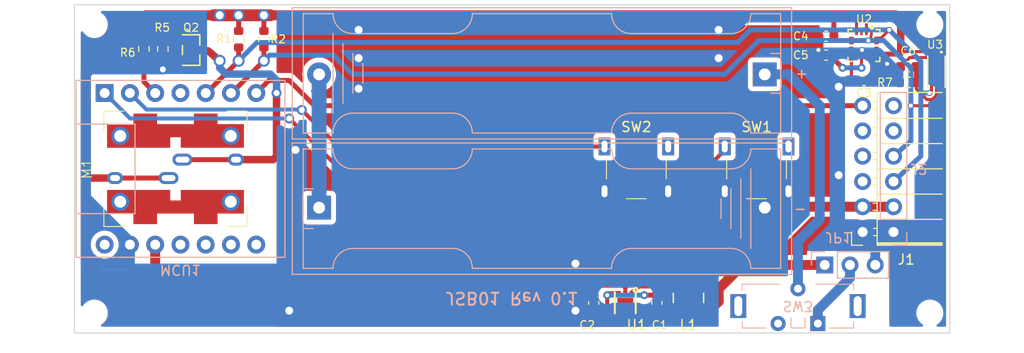
<source format=kicad_pcb>
(kicad_pcb (version 20221018) (generator pcbnew)
  (title_block (title "JSB01") (date "2023-09-04") (rev "0.1.1"))
  (layers (0 "F.Cu" signal) (31 "B.Cu" signal) (34 "B.Paste" user) (35 "F.Paste" user) (36 "B.SilkS" user "B.Silkscreen") (37 "F.SilkS" user "F.Silkscreen") (38 "B.Mask" user) (39 "F.Mask" user) (44 "Edge.Cuts" user))
  (net 0 "")
  (net 1 "+3.3V")
  (net 2 "Net-(J2-SDA)")
  (net 3 "Net-(J2-SCL)")
  (net 4 "Net-(Q2-G)")
  (net 5 "GND")
  (net 6 "Net-(MCU1-D2)")
  (net 7 "Net-(U3-DVI)")
  (net 8 "Net-(U1-SW)")
  (net 9 "Net-(JP1-C)")
  (net 11 "Net-(MCU1-D0)")
  (net 12 "Net-(MCU1-D1)")
  (net 13 "Net-(JP1-A)")
  (net 14 "Net-(BT1-+)")
  (net 17 "Net-(J1-PW)")
  (net 27 "Net-(U2-SETP)")
  (net 28 "Net-(U2-C1)")
  (net 29 "Net-(U2-SETC)")
  (net 35 "Net-(M1--)")
  (footprint "JSB01_Lib:PinSocket_1x06_P2.54mm_Horizontal" (layer "F.Cu") (at 104.64 50.8 180)
    (fp_text reference "J1" (at -4.38 -9.12) (layer "F.SilkS"))
    (fp_text value "MB10XX Sonar")
    (pad "1" thru_hole rect (at 0 -6.35 180) (size 1.7 1.7) (drill 1) (layers "*.Cu" "*.Mask") (net 5 "GND"))
    (pad "2" thru_hole oval (at 0 -3.81 180) (size 1.7 1.7) (drill 1) (layers "*.Cu" "*.Mask") (net 1 "+3.3V"))
    (pad "3" thru_hole oval (at 0 -1.27 180) (size 1.7 1.7) (drill 1) (layers "*.Cu" "*.Mask"))
    (pad "4" thru_hole oval (at 0 1.27 180) (size 1.7 1.7) (drill 1) (layers "*.Cu" "*.Mask"))
    (pad "5" thru_hole oval (at 0 3.81 180) (size 1.7 1.7) (drill 1) (layers "*.Cu" "*.Mask"))
    (pad "6" thru_hole oval (at 0 6.35 180) (size 1.7 1.7) (drill 1) (layers "*.Cu" "*.Mask") (net 17 "Net-(J1-PW)"))
  )
  (footprint "JSB01_Lib:IND-SMD_L3.0-W3.0_VLS3010ET" (layer "F.Cu") (at 87.13 63.775 -90)
    (fp_text reference "L1" (at 2.725 -0.969854) (layer "F.SilkS") (effects (justify right)))
    (fp_text value "3.3μH")
    (pad "1" smd rect (at 1.2 0 270) (size 1.2 3.2) (layers "F.Cu" "F.Paste" "F.Mask") (net 13 "Net-(JP1-A)"))
    (pad "2" smd rect (at -1.2 0 270) (size 1.2 3.2) (layers "F.Cu" "F.Paste" "F.Mask") (net 8 "Net-(U1-SW)"))
  )
  (footprint "Capacitor_SMD:C_0603_1608Metric" (layer "F.Cu") (at 104.775 41.91 180)
    (fp_text reference "C3" (at 0 -1.27) (layer "F.SilkS") (effects (font (size 0.8 0.8) (thickness 0.12))))
    (fp_text value "0.22uF")
    (pad "1" smd roundrect (at -0.775 0 180) (size 0.9 0.95) (layers "F.Cu" "F.Paste" "F.Mask") (net 29 "Net-(U2-SETC)"))
    (pad "2" smd roundrect (at 0.775 0 180) (size 0.9 0.95) (layers "F.Cu" "F.Paste" "F.Mask") (net 27 "Net-(U2-SETP)"))
  )
  (footprint "Resistor_SMD:R_0603_1608Metric" (layer "F.Cu") (at 44.45 37.765 -90)
    (fp_text reference "R2" (at 0 -1.43) (layer "F.SilkS") (effects (font (size 0.8 0.8) (thickness 0.12))))
    (fp_text value "10KΩ")
    (pad "1" smd roundrect (at -0.825 0 270) (size 0.8 0.95) (layers "F.Cu" "F.Paste" "F.Mask") (net 1 "+3.3V"))
    (pad "2" smd roundrect (at 0.825 0 270) (size 0.8 0.95) (layers "F.Cu" "F.Paste" "F.Mask") (net 3 "Net-(J2-SCL)"))
  )
  (footprint "Capacitor_SMD:C_0603_1608Metric" (layer "F.Cu") (at 100.972 37.465 180)
    (fp_text reference "C4" (at 2.547 0) (layer "F.SilkS") (effects (font (size 0.8 0.8) (thickness 0.12))))
    (fp_text value "0.1uF")
    (pad "1" smd roundrect (at -0.775 0 180) (size 0.9 0.95) (layers "F.Cu" "F.Paste" "F.Mask") (net 1 "+3.3V"))
    (pad "2" smd roundrect (at 0.775 0 180) (size 0.9 0.95) (layers "F.Cu" "F.Paste" "F.Mask") (net 5 "GND"))
  )
  (footprint "JSB01_Lib:SW_tactile_DTS6" (layer "F.Cu") (at 93.98 50.8)
    (fp_text reference "SW1" (at 0 -4.21164 unlocked) (layer "F.SilkS"))
    (fp_text value "Tactile")
    (pad "1" thru_hole rect (at -3.2 -2.25) (size 1.2 1.8) (drill oval 0.6 1.2) (layers "*.Cu" "*.Mask") (net 11 "Net-(MCU1-D0)"))
    (pad "1" thru_hole rect (at 3.2 -2.25) (size 1.2 1.8) (drill oval 0.6 1.2) (layers "*.Cu" "*.Mask") (net 11 "Net-(MCU1-D0)"))
    (pad "2" thru_hole rect (at -3.2 2.25) (size 1.2 1.8) (drill oval 0.6 1.2) (layers "*.Cu" "*.Mask") (net 5 "GND"))
    (pad "2" thru_hole rect (at 3.2 2.25) (size 1.2 1.8) (drill oval 0.6 1.2) (layers "*.Cu" "*.Mask") (net 5 "GND"))
  )
  (footprint "JSB01_Lib:Pad1.2_0.8" (layer "F.Cu") (at 41.91 39.9345)
    (fp_text reference "Pad" hide)
    (fp_text value "Pad1.2_0.8" hide)
    (pad "" thru_hole circle (at 0 0) (size 1.2 1.2) (drill 0.8) (layers "*.Cu" "*.Mask"))
  )
  (footprint "JSB01_Lib:Pad1.2_0.8" (layer "F.Cu") (at 44.45 35.36)
    (fp_text reference "Pad" hide)
    (fp_text value "Pad1.2_0.8" hide)
    (pad "" thru_hole circle (at 0 0) (size 1.2 1.2) (drill 0.8) (layers "*.Cu" "*.Mask"))
  )
  (footprint "JSB01_Lib:AO3400A" (layer "F.Cu") (at 37.1325 38.86 180)
    (fp_text reference "Q2" (at 0 2.26) (layer "F.SilkS") (effects (font (size 0.8 0.8) (thickness 0.12))))
    (fp_text value "AO3400A" hide)
    (pad "1" smd rect (at 1.235 0.95 180) (size 1.07 0.6) (layers "F.Cu" "F.Paste" "F.Mask") (net 4 "Net-(Q2-G)"))
    (pad "2" smd rect (at 1.235 -0.95 180) (size 1.07 0.6) (layers "F.Cu" "F.Paste" "F.Mask") (net 5 "GND"))
    (pad "3" smd rect (at -1.235 0 180) (size 1.07 0.6) (layers "F.Cu" "F.Paste" "F.Mask") (net 35 "Net-(M1--)"))
  )
  (footprint "JSB01_Lib:LGA-16_L3.0-W3.0-P0.50-BL_SQ" (layer "F.Cu") (at 104.775 38.4 180)
    (fp_text reference "U2" (at 0 2.64) (layer "F.SilkS") (effects (font (size 0.8 0.8) (thickness 0.12))))
    (fp_text value "QMC5883L(0x0D)")
    (pad "1" smd rect (at -0.75 1.263) (size 0.25 0.45) (layers "F.Cu" "F.Paste" "F.Mask") (net 3 "Net-(J2-SCL)"))
    (pad "2" smd rect (at -0.25 1.263) (size 0.25 0.45) (layers "F.Cu" "F.Paste" "F.Mask") (net 1 "+3.3V"))
    (pad "3" smd rect (at 0.25 1.263) (size 0.25 0.45) (layers "F.Cu" "F.Paste" "F.Mask"))
    (pad "4" smd rect (at 0.75 1.263) (size 0.25 0.45) (layers "F.Cu" "F.Paste" "F.Mask") (net 1 "+3.3V"))
    (pad "5" smd rect (at 1.263 0.75 270) (size 0.25 0.45) (layers "F.Cu" "F.Paste" "F.Mask"))
    (pad "6" smd rect (at 1.263 0.25 270) (size 0.25 0.45) (layers "F.Cu" "F.Paste" "F.Mask"))
    (pad "7" smd rect (at 1.263 -0.25 270) (size 0.25 0.45) (layers "F.Cu" "F.Paste" "F.Mask"))
    (pad "8" smd rect (at 1.263 -0.75 270) (size 0.25 0.45) (layers "F.Cu" "F.Paste" "F.Mask") (net 27 "Net-(U2-SETP)"))
    (pad "9" smd rect (at 0.75 -1.263) (size 0.25 0.45) (layers "F.Cu" "F.Paste" "F.Mask") (net 5 "GND"))
    (pad "10" smd rect (at 0.25 -1.263) (size 0.25 0.45) (layers "F.Cu" "F.Paste" "F.Mask") (net 28 "Net-(U2-C1)"))
    (pad "11" smd rect (at -0.25 -1.263) (size 0.25 0.45) (layers "F.Cu" "F.Paste" "F.Mask") (net 5 "GND"))
    (pad "12" smd rect (at -0.75 -1.263) (size 0.25 0.45) (layers "F.Cu" "F.Paste" "F.Mask") (net 29 "Net-(U2-SETC)"))
    (pad "13" smd rect (at -1.263 -0.75 270) (size 0.25 0.45) (layers "F.Cu" "F.Paste" "F.Mask") (net 1 "+3.3V"))
    (pad "14" smd rect (at -1.263 -0.25 270) (size 0.25 0.45) (layers "F.Cu" "F.Paste" "F.Mask"))
    (pad "15" smd rect (at -1.263 0.25 270) (size 0.25 0.45) (layers "F.Cu" "F.Paste" "F.Mask"))
    (pad "16" smd rect (at -1.263 0.75 270) (size 0.25 0.45) (layers "F.Cu" "F.Paste" "F.Mask") (net 2 "Net-(J2-SDA)"))
  )
  (footprint "JSB01_Lib:WSOF-6_L2.6-W1.6-P0.50-TL-EP" (layer "F.Cu") (at 112.06 41.04 -90)
    (fp_text reference "U3" (at -2.74 -0.74) (layer "F.SilkS") (effects (font (size 0.8 0.8) (thickness 0.12)) (justify right)))
    (fp_text value "BH1750FVI(0x23)")
    (pad "1" smd rect (at -1.427 -0.5 270) (size 0.505 0.28) (layers "F.Cu" "F.Paste" "F.Mask") (net 1 "+3.3V"))
    (pad "2" smd rect (at -1.427 0 270) (size 0.505 0.28) (layers "F.Cu" "F.Paste" "F.Mask") (net 5 "GND"))
    (pad "3" smd rect (at -1.427 0.5 270) (size 0.505 0.28) (layers "F.Cu" "F.Paste" "F.Mask") (net 5 "GND"))
    (pad "4" smd rect (at 1.427 0.5 270) (size 0.505 0.28) (layers "F.Cu" "F.Paste" "F.Mask") (net 2 "Net-(J2-SDA)"))
    (pad "5" smd rect (at 1.427 0 270) (size 0.505 0.28) (layers "F.Cu" "F.Paste" "F.Mask") (net 7 "Net-(U3-DVI)"))
    (pad "6" smd rect (at 1.427 -0.5 270) (size 0.505 0.28) (layers "F.Cu" "F.Paste" "F.Mask") (net 3 "Net-(J2-SCL)"))
    (pad "7" smd rect (at 0 0 270) (size 1.5 1.2) (layers "F.Cu" "F.Paste" "F.Mask"))
  )
  (footprint "Capacitor_SMD:C_0603_1608Metric" (layer "F.Cu") (at 109.22 40.54 180)
    (fp_text reference "C6" (at 0 1.605) (layer "F.SilkS") (effects (font (size 0.8 0.8) (thickness 0.12))))
    (fp_text value "1uF")
    (pad "1" smd roundrect (at -0.775 0 180) (size 0.9 0.95) (layers "F.Cu" "F.Paste" "F.Mask") (net 7 "Net-(U3-DVI)"))
    (pad "2" smd roundrect (at 0.775 0 180) (size 0.9 0.95) (layers "F.Cu" "F.Paste" "F.Mask") (net 5 "GND"))
  )
  (footprint "JSB01_Lib:LD14" (layer "F.Cu") (at 35.56 50.8 90)
    (fp_text reference "M1" (at 0 -8.89 90 unlocked) (layer "F.SilkS") (effects (font (thickness 0.1))))
    (fp_text value "LD14")
    (fp_poly (pts (xy -2.116666 -0.529167) (xy -3.174999 -0.529167) (xy -3.174999 0.529167) (xy -2.116666 0.529167) (xy -2.116666 6.879166) (xy -4.497916 6.879166) (xy -4.497916 4.233333) (xy -5.556249 4.233333) (xy -5.556249 1.852083) (xy -4.497916 1.852083) (xy -4.497916 -1.852083) (xy -5.556249 -1.852083) (xy -5.556249 -4.233333) (xy -4.497916 -4.233333) (xy -4.497916 -6.879166) (xy -2.116666 -6.879166)) (fill solid) (layer "F.Cu"))
    (fp_poly (pts (xy 4.497916 -4.233333) (xy 5.556249 -4.233333) (xy 5.556249 -1.852083) (xy 4.497916 -1.852083) (xy 4.497916 1.852083) (xy 5.556249 1.852083) (xy 5.556249 4.233333) (xy 4.497916 4.233333) (xy 4.497916 6.879166) (xy 2.116666 6.879166) (xy 2.116666 0.529167) (xy 3.174999 0.529167) (xy 3.174999 -0.529167) (xy 2.116666 -0.529167) (xy 2.116666 -6.879166) (xy 4.497916 -6.879166)) (fill solid) (layer "F.Cu"))
    (pad "" thru_hole circle (at -3.3073 -5.5563 90) (size 1.8 1.8) (drill 1.2) (layers "*.Cu" "*.Mask"))
    (pad "" thru_hole circle (at -3.3073 5.5563 90) (size 1.8 1.8) (drill 1.2) (layers "*.Cu" "*.Mask"))
    (pad "" thru_hole circle (at 3.3073 -5.5563 90) (size 1.8 1.8) (drill 1.2) (layers "*.Cu" "*.Mask"))
    (pad "" thru_hole circle (at 3.3073 5.5563 90) (size 1.8 1.8) (drill 1.2) (layers "*.Cu" "*.Mask"))
    (pad "1" thru_hole oval (at -0.926 -6.0854 90) (size 1.2 1.6) (drill oval 0.6 1) (layers "*.Cu" "*.Mask") (net 1 "+3.3V"))
    (pad "1" thru_hole oval (at -0.926 -0.7 90) (size 1.2 2) (drill oval 0.6 1.4) (layers "*.Cu" "*.Mask") (net 1 "+3.3V"))
    (pad "2" thru_hole oval (at 0.926 0.7 90) (size 1.2 2) (drill oval 0.6 1.4) (layers "*.Cu" "*.Mask") (net 35 "Net-(M1--)"))
    (pad "2" thru_hole oval (at 0.926 6.0854 90) (size 1.2 1.6) (drill oval 0.6 1) (layers "*.Cu" "*.Mask") (net 35 "Net-(M1--)"))
  )
  (footprint "MountingHole:MountingHole_2.2mm_M2" (layer "F.Cu") (at 27.4 65.3)
    (fp_text reference "REF**" hide)
    (fp_text value "MountingHole_2.2mm_M2")
    (pad "" np_thru_hole circle (at 0 0) (size 2.2 2.2) (drill 2.2) (layers "*.Cu" "*.Mask"))
  )
  (footprint "JSB01_Lib:WSON-6_L2.0-W2.0-P0.65-BL-EP" (layer "F.Cu") (at 80.78 64.275 180)
    (fp_text reference "U1" (at -2.238771 -2.225) (layer "F.SilkS") (effects (justify right)))
    (fp_text value "TPS61291DRVR")
    (pad "1" smd rect (at -0.65 0.975 180) (size 0.4 0.45) (layers "F.Cu" "F.Paste" "F.Mask") (net 8 "Net-(U1-SW)"))
    (pad "2" smd rect (at 0 0.975 180) (size 0.4 0.45) (layers "F.Cu" "F.Paste" "F.Mask") (net 1 "+3.3V"))
    (pad "3" smd rect (at 0.65 0.975 180) (size 0.4 0.45) (layers "F.Cu" "F.Paste" "F.Mask") (net 13 "Net-(JP1-A)"))
    (pad "4" smd rect (at 0.65 -0.975 180) (size 0.4 0.45) (layers "F.Cu" "F.Paste" "F.Mask") (net 13 "Net-(JP1-A)"))
    (pad "5" smd rect (at 0 -0.975 180) (size 0.4 0.45) (layers "F.Cu" "F.Paste" "F.Mask") (net 5 "GND"))
    (pad "6" smd rect (at -0.65 -0.975 180) (size 0.4 0.45) (layers "F.Cu" "F.Paste" "F.Mask") (net 5 "GND"))
    (pad "7" smd rect (at 0 0 270) (size 1 1.6) (layers "F.Cu" "F.Paste" "F.Mask") (net 5 "GND"))
  )
  (footprint "Resistor_SMD:R_0603_1608Metric" (layer "F.Cu") (at 109.22 42.11)
    (fp_text reference "R7" (at -2.34 0) (layer "F.SilkS") (effects (font (size 0.8 0.8) (thickness 0.12))))
    (fp_text value "1K")
    (pad "1" smd roundrect (at -0.825 0) (size 0.8 0.95) (layers "F.Cu" "F.Paste" "F.Mask") (net 1 "+3.3V"))
    (pad "2" smd roundrect (at 0.825 0) (size 0.8 0.95) (layers "F.Cu" "F.Paste" "F.Mask") (net 7 "Net-(U3-DVI)"))
  )
  (footprint "Capacitor_SMD:C_0603_1608Metric" (layer "F.Cu") (at 77.605 64.275 -90)
    (fp_text reference "C2" (at 2.225 0.651771) (layer "F.SilkS") (effects (font (size 0.8 0.8) (thickness 0.12))))
    (fp_text value "22uF")
    (pad "1" smd roundrect (at -0.775 0 270) (size 0.9 0.95) (layers "F.Cu" "F.Paste" "F.Mask") (net 1 "+3.3V"))
    (pad "2" smd roundrect (at 0.775 0 270) (size 0.9 0.95) (layers "F.Cu" "F.Paste" "F.Mask") (net 5 "GND"))
  )
  (footprint "Resistor_SMD:R_0603_1608Metric" (layer "F.Cu") (at 41.91 37.765 -90)
    (fp_text reference "R1" (at -0.047706 1.495411) (layer "F.SilkS") (effects (font (size 0.8 0.8) (thickness 0.12))))
    (fp_text value "10KΩ")
    (pad "1" smd roundrect (at -0.825 0 270) (size 0.8 0.95) (layers "F.Cu" "F.Paste" "F.Mask") (net 1 "+3.3V"))
    (pad "2" smd roundrect (at 0.825 0 270) (size 0.8 0.95) (layers "F.Cu" "F.Paste" "F.Mask") (net 2 "Net-(J2-SDA)"))
  )
  (footprint "JSB01_Lib:SW_tactile_DTS6" (layer "F.Cu") (at 81.89 50.8)
    (fp_text reference "SW2" (at 0 -4.21164 unlocked) (layer "F.SilkS"))
    (fp_text value "Tactile")
    (pad "1" thru_hole rect (at -3.2 -2.25) (size 1.2 1.8) (drill oval 0.6 1.2) (layers "*.Cu" "*.Mask") (net 12 "Net-(MCU1-D1)"))
    (pad "1" thru_hole rect (at 3.2 -2.25) (size 1.2 1.8) (drill oval 0.6 1.2) (layers "*.Cu" "*.Mask") (net 12 "Net-(MCU1-D1)"))
    (pad "2" thru_hole rect (at -3.2 2.25) (size 1.2 1.8) (drill oval 0.6 1.2) (layers "*.Cu" "*.Mask") (net 5 "GND"))
    (pad "2" thru_hole rect (at 3.2 2.25) (size 1.2 1.8) (drill oval 0.6 1.2) (layers "*.Cu" "*.Mask") (net 5 "GND"))
  )
  (footprint "JSB01_Lib:Pad1.2_0.8" (layer "F.Cu") (at 40.005 39.9345)
    (fp_text reference "Pad" hide)
    (fp_text value "Pad1.2_0.8" hide)
    (pad "" thru_hole circle (at 0 0) (size 1.2 1.2) (drill 0.8) (layers "*.Cu" "*.Mask"))
  )
  (footprint "Capacitor_SMD:C_0603_1608Metric" (layer "F.Cu") (at 83.955 64.275 -90)
    (fp_text reference "C1" (at 2.225 -0.270528) (layer "F.SilkS") (effects (font (size 0.8 0.8) (thickness 0.12))))
    (fp_text value "10uF")
    (pad "1" smd roundrect (at -0.775 0 270) (size 0.9 0.95) (layers "F.Cu" "F.Paste" "F.Mask") (net 13 "Net-(JP1-A)"))
    (pad "2" smd roundrect (at 0.775 0 270) (size 0.9 0.95) (layers "F.Cu" "F.Paste" "F.Mask") (net 5 "GND"))
  )
  (footprint "JSB01_Lib:Pad1.2_0.8" (layer "F.Cu") (at 44.45 39.9345)
    (fp_text reference "Pad" hide)
    (fp_text value "Pad1.2_0.8" hide)
    (pad "" thru_hole circle (at 0 0) (size 1.2 1.2) (drill 0.8) (layers "*.Cu" "*.Mask"))
  )
  (footprint "MountingHole:MountingHole_2.2mm_M2" (layer "F.Cu") (at 111.4 65.3)
    (fp_text reference "REF**" hide)
    (fp_text value "MountingHole_2.2mm_M2")
    (pad "" np_thru_hole circle (at 0 0) (size 2.2 2.2) (drill 2.2) (layers "*.Cu" "*.Mask"))
  )
  (footprint "MountingHole:MountingHole_2.2mm_M2" (layer "F.Cu") (at 27.4 36.3)
    (fp_text reference "REF**" hide)
    (fp_text value "MountingHole_2.2mm_M2")
    (pad "" np_thru_hole circle (at 0 0) (size 2.2 2.2) (drill 2.2) (layers "*.Cu" "*.Mask"))
  )
  (footprint "Resistor_SMD:R_0603_1608Metric" (layer "F.Cu") (at 32.385 38.735 90)
    (fp_text reference "R6" (at -0.379592 -1.624333 180) (layer "F.SilkS") (effects (font (size 0.8 0.8) (thickness 0.12))))
    (fp_text value "20KΩ")
    (pad "1" smd roundrect (at -0.825 0 90) (size 0.8 0.95) (layers "F.Cu" "F.Paste" "F.Mask") (net 6 "Net-(MCU1-D2)"))
    (pad "2" smd roundrect (at 0.825 0 90) (size 0.8 0.95) (layers "F.Cu" "F.Paste" "F.Mask") (net 4 "Net-(Q2-G)"))
  )
  (footprint "MountingHole:MountingHole_2.2mm_M2" (layer "F.Cu") (at 111.4 36.3)
    (fp_text reference "REF**" hide)
    (fp_text value "MountingHole_2.2mm_M2")
    (pad "" np_thru_hole circle (at 0 0) (size 2.2 2.2) (drill 2.2) (layers "*.Cu" "*.Mask"))
  )
  (footprint "JSB01_Lib:Pad1.2_0.8" (layer "F.Cu") (at 41.91 35.36)
    (fp_text reference "Pad" hide)
    (fp_text value "Pad1.2_0.8" hide)
    (pad "" thru_hole circle (at 0 0) (size 1.2 1.2) (drill 0.8) (layers "*.Cu" "*.Mask"))
  )
  (footprint "JSB01_Lib:Pad1.2_0.8" (layer "F.Cu") (at 40.005 35.36)
    (fp_text reference "Pad" hide)
    (fp_text value "Pad1.2_0.8" hide)
    (pad "" thru_hole circle (at 0 0) (size 1.2 1.2) (drill 0.8) (layers "*.Cu" "*.Mask"))
  )
  (footprint "Capacitor_SMD:C_0603_1608Metric" (layer "F.Cu") (at 100.972 39.37 180)
    (fp_text reference "C5" (at 2.547 0) (layer "F.SilkS") (effects (font (size 0.8 0.8) (thickness 0.12))))
    (fp_text value "4.7uF")
    (pad "1" smd roundrect (at -0.775 0 180) (size 0.9 0.95) (layers "F.Cu" "F.Paste" "F.Mask") (net 28 "Net-(U2-C1)"))
    (pad "2" smd roundrect (at 0.775 0 180) (size 0.9 0.95) (layers "F.Cu" "F.Paste" "F.Mask") (net 5 "GND"))
  )
  (footprint "Resistor_SMD:R_0603_1608Metric" (layer "F.Cu") (at 34.29 38.735 -90)
    (fp_text reference "R5" (at -2.135 0.067845) (layer "F.SilkS") (effects (font (size 0.8 0.8) (thickness 0.12))))
    (fp_text value "100KΩ")
    (pad "1" smd roundrect (at -0.825 0 270) (size 0.8 0.95) (layers "F.Cu" "F.Paste" "F.Mask") (net 4 "Net-(Q2-G)"))
    (pad "2" smd roundrect (at 0.825 0 270) (size 0.8 0.95) (layers "F.Cu" "F.Paste" "F.Mask") (net 5 "GND"))
  )
  (footprint "JSB01_Lib:BatteryHolder 2xAAA" (layer "B.Cu") (at 72.4 48)
    (fp_text reference "BT1" hide)
    (fp_text value "2xAAA")
    (fp_text user "-" (at 25.96 6.8 180) (layer "B.SilkS") (effects (justify mirror)))
    (fp_text user "+" (at 26.11 -6.8 180) (layer "B.SilkS") (effects (justify mirror)))
    (pad "" thru_hole circle (at -22.4 -6.7) (size 2.4 2.4) (drill 1.2) (layers "*.Cu" "*.Mask"))
    (pad "" thru_hole rect (at -22.4 6.7 180) (size 2.4 2.4) (drill 1.2) (layers "*.Cu" "*.Mask"))
    (pad "1" thru_hole rect (at 22.4 -6.7) (size 2.4 2.4) (drill 1.2) (layers "*.Cu" "*.Mask") (net 14 "Net-(BT1-+)"))
    (pad "2" thru_hole circle (at 22.4 6.7 180) (size 2.4 2.4) (drill 1.2) (layers "*.Cu" "*.Mask") (net 5 "GND"))
  )
  (footprint "Connector_PinSocket_2.54mm:PinSocket_1x06_P2.54mm_Vertical" (layer "B.Cu") (at 107.75 57.15)
    (fp_text reference "J2" (at 2.54 -6.35 180 unlocked) (layer "B.SilkS") (effects (justify mirror)))
    (fp_text value "VL53LXX TOF(0x29)")
    (pad "1" thru_hole rect (at 0 0) (size 1.7 1.7) (drill 1) (layers "*.Cu" "*.Mask") (net 5 "GND"))
    (pad "2" thru_hole oval (at 0 -2.54) (size 1.7 1.7) (drill 1) (layers "*.Cu" "*.Mask") (net 1 "+3.3V"))
    (pad "3" thru_hole oval (at 0 -5.08) (size 1.7 1.7) (drill 1) (layers "*.Cu" "*.Mask") (net 2 "Net-(J2-SDA)"))
    (pad "4" thru_hole oval (at 0 -7.62) (size 1.7 1.7) (drill 1) (layers "*.Cu" "*.Mask") (net 3 "Net-(J2-SCL)"))
    (pad "5" thru_hole oval (at 0 -10.16) (size 1.7 1.7) (drill 1) (layers "*.Cu" "*.Mask"))
    (pad "6" thru_hole oval (at 0 -12.7) (size 1.7 1.7) (drill 1) (layers "*.Cu" "*.Mask"))
  )
  (footprint "JSB01_Lib:MOUDLE14P-2.54-21X17.8MM" (layer "B.Cu") (at 36.06 50.8)
    (fp_text reference "MCU1" (at 0 10.16 180 unlocked) (layer "B.SilkS") (effects (justify mirror)))
    (fp_text value "XIAO RP2040")
    (pad "1" thru_hole rect (at -7.62 -7.62) (size 1.8 1.8) (drill 1) (layers "*.Cu" "*.Mask") (net 11 "Net-(MCU1-D0)"))
    (pad "2" thru_hole circle (at -5.08 -7.62) (size 1.8 1.8) (drill 1) (layers "*.Cu" "*.Mask") (net 12 "Net-(MCU1-D1)"))
    (pad "3" thru_hole circle (at -2.54 -7.62) (size 1.8 1.8) (drill 1) (layers "*.Cu" "*.Mask") (net 6 "Net-(MCU1-D2)"))
    (pad "4" thru_hole circle (at 0 -7.62) (size 1.8 1.8) (drill 1) (layers "*.Cu" "*.Mask"))
    (pad "5" thru_hole circle (at 2.54 -7.62) (size 1.8 1.8) (drill 1) (layers "*.Cu" "*.Mask") (net 2 "Net-(J2-SDA)"))
    (pad "6" thru_hole circle (at 5.08 -7.62) (size 1.8 1.8) (drill 1) (layers "*.Cu" "*.Mask") (net 3 "Net-(J2-SCL)"))
    (pad "7" thru_hole circle (at 7.62 -7.62) (size 1.8 1.8) (drill 1) (layers "*.Cu" "*.Mask") (net 17 "Net-(J1-PW)"))
    (pad "8" thru_hole circle (at 7.62 7.62) (size 1.8 1.8) (drill 1) (layers "*.Cu" "*.Mask"))
    (pad "9" thru_hole circle (at 5.08 7.62) (size 1.8 1.8) (drill 1) (layers "*.Cu" "*.Mask"))
    (pad "10" thru_hole circle (at 2.54 7.62) (size 1.8 1.8) (drill 1) (layers "*.Cu" "*.Mask"))
    (pad "11" thru_hole circle (at 0 7.62) (size 1.8 1.8) (drill 1) (layers "*.Cu" "*.Mask"))
    (pad "12" thru_hole circle (at -2.54 7.62) (size 1.8 1.8) (drill 1) (layers "*.Cu" "*.Mask") (net 1 "+3.3V"))
    (pad "13" thru_hole circle (at -5.08 7.62) (size 1.8 1.8) (drill 1) (layers "*.Cu" "*.Mask") (net 5 "GND"))
    (pad "14" thru_hole circle (at -7.62 7.62) (size 1.8 1.8) (drill 1) (layers "*.Cu" "*.Mask"))
  )
  (footprint "JSB01_Lib:Jumper_1x03_P2.54mm" (layer "B.Cu") (at 103.37 60.46)
    (fp_text reference "JP1" (at -1.135 -2.775 180 unlocked) (layer "B.SilkS") (effects (justify mirror)))
    (fp_text value "for measure I/V")
    (pad "1" thru_hole rect (at -2.54 0 270) (size 1.7 1.7) (drill 1) (layers "*.Cu" "*.Mask") (net 13 "Net-(JP1-A)"))
    (pad "2" thru_hole oval (at 0 0 270) (size 1.7 1.7) (drill 1) (layers "*.Cu" "*.Mask") (net 9 "Net-(JP1-C)"))
    (pad "3" thru_hole oval (at 2.54 0 270) (size 1.7 1.7) (drill 1) (layers "*.Cu" "*.Mask") (net 5 "GND"))
  )
  (footprint "JSB01_Lib:SW_Slide_ESD1752" (layer "B.Cu") (at 98.14 64.6)
    (fp_text reference "SW3" (at 0 0 180 unlocked) (layer "B.SilkS") (effects (justify mirror)))
    (fp_text value "Slide")
    (pad "" np_thru_hole rect (at -6 0) (size 1.6 2.4) (drill oval 0.8 2) (layers "F&B.Cu" "*.Mask"))
    (pad "" np_thru_hole rect (at 6 0) (size 1.6 2.4) (drill oval 0.8 2) (layers "F&B.Cu" "*.Mask"))
    (pad "1" thru_hole rect (at 2 1.75) (size 1.524 1.524) (drill 0.8) (layers "*.Cu" "*.Mask") (net 9 "Net-(JP1-C)"))
    (pad "2" thru_hole circle (at 0 -1.75) (size 1.524 1.524) (drill 0.8) (layers "*.Cu" "*.Mask") (net 14 "Net-(BT1-+)"))
    (pad "3" thru_hole circle (at -2 1.75) (size 1.524 1.524) (drill 0.8) (layers "*.Cu" "*.Mask"))
  )
  (gr_rect (start 25.4 34.3) (end 113.4 67.3) (stroke (width 0.1)) (fill none) (layer "Edge.Cuts"))
  (gr_text "JSB01 Rev 0.1" (at 69.4 63.8 180) (layer "B.SilkS") (effects (font (size 1.2 1.2) (thickness 0.2) bold) (justify mirror)))
  (segment (start 50 41.3) (end 50 54.7) (width 1.5) (layer "B.Cu") (net 0))
  (segment (start 29.4746 51.726) (end 26.836 51.726) (width 0.75) (layer "F.Cu") (net 1))
  (segment (start 77.605 63.5) (end 77.605 63.005) (width 0.75) (layer "F.Cu") (net 1))
  (segment (start 106.15 39.37) (end 106.15 39.262) (width 0.5) (layer "F.Cu") (net 1))
  (segment (start 41.91 36.94) (end 41.91 35.56) (width 0.5) (layer "F.Cu") (net 1))
  (segment (start 34.925 63.5) (end 33.655 63.5) (width 1) (layer "F.Cu") (net 1))
  (segment (start 104.64 54.61) (end 99.06 54.61) (width 1) (layer "F.Cu") (net 1))
  (segment (start 108.558847 39.0105) (end 108.471514 39.097833) (width 0.3) (layer "F.Cu") (net 1))
  (segment (start 26.545 51.435) (end 26.545 41.275) (width 1) (layer "F.Cu") (net 1))
  (segment (start 104.025 37.137) (end 104.025 35.475) (width 0.3) (layer "F.Cu") (net 1))
  (segment (start 101.747 37.465) (end 101.747 35.507) (width 0.5) (layer "F.Cu") (net 1))
  (segment (start 107.771526 42.11) (end 106.15 40.488474) (width 0.5) (layer "F.Cu") (net 1))
  (segment (start 77.605 63.005) (end 78.24 62.37) (width 0.75) (layer "F.Cu") (net 1))
  (segment (start 33.52 63.365) (end 33.655 63.5) (width 1) (layer "F.Cu") (net 1))
  (segment (start 44.45 36.94) (end 44.45 35.56) (width 0.5) (layer "F.Cu") (net 1))
  (segment (start 108.1 35.36) (end 108.471514 35.881514) (width 0.75) (layer "F.Cu") (net 1))
  (segment (start 77.605 63.5) (end 34.925 63.5) (width 1) (layer "F.Cu") (net 1))
  (segment (start 106.15 39.27) (end 108.4 39.27) (width 0.5) (layer "F.Cu") (net 1))
  (segment (start 108.395 42.11) (end 107.771526 42.11) (width 0.5) (layer "F.Cu") (net 1))
  (segment (start 112.57 39.0305) (end 112.55 39.0105) (width 0.3) (layer "F.Cu") (net 1))
  (segment (start 112.55 39.0105) (end 108.558847 39.0105) (width 0.3) (layer "F.Cu") (net 1))
  (segment (start 80.78 60.19) (end 82.55 58.42) (width 1) (layer "F.Cu") (net 1))
  (segment (start 29.4746 51.726) (end 34.36 51.726) (width 0.5) (layer "F.Cu") (net 1))
  (segment (start 78.24 62.37) (end 80.78 62.37) (width 0.75) (layer "F.Cu") (net 1))
  (segment (start 105.025 37.137) (end 105.025 35.493609) (width 0.3) (layer "F.Cu") (net 1))
  (segment (start 39.37 35.36) (end 45.085 35.36) (width 1.2) (layer "F.Cu") (net 1))
  (segment (start 32.585 35.36) (end 26.545 41.275) (width 1) (layer "F.Cu") (net 1))
  (segment (start 26.545 60.325) (end 29.845 63.5) (width 1) (layer "F.Cu") (net 1))
  (segment (start 106.15 40.488474) (end 106.15 39.37) (width 0.5) (layer "F.Cu") (net 1))
  (segment (start 26.545 51.435) (end 26.545 60.325) (width 1) (layer "F.Cu") (net 1))
  (segment (start 108.471514 35.881514) (end 108.471514 39.097833) (width 0.75) (layer "F.Cu") (net 1))
  (segment (start 107.75 54.61) (end 104.64 54.61) (width 1) (layer "F.Cu") (net 1))
  (segment (start 82.55 58.42) (end 95.25 58.42) (width 1) (layer "F.Cu") (net 1))
  (segment (start 45.085 35.36) (end 101.6 35.36) (width 1) (layer "F.Cu") (net 1))
  (segment (start 80.78 62.37) (end 80.78 60.19) (width 1) (layer "F.Cu") (net 1))
  (segment (start 112.57 39.0305) (end 112.57 39.613) (width 0.3) (layer "F.Cu") (net 1))
  (segment (start 29.845 63.5) (end 34.925 63.5) (width 1) (layer "F.Cu") (net 1))
  (segment (start 101.747 35.507) (end 101.6 35.36) (width 0.5) (layer "F.Cu") (net 1))
  (segment (start 80.78 63.3) (end 80.78 62.37) (width 0.4) (layer "F.Cu") (net 1))
  (segment (start 99.06 54.61) (end 95.25 58.42) (width 1) (layer "F.Cu") (net 1))
  (segment (start 39.37 35.36) (end 32.585 35.36) (width 1) (layer "F.Cu") (net 1))
  (segment (start 101.6 35.36) (end 107.95 35.36) (width 1) (layer "F.Cu") (net 1))
  (segment (start 33.52 58.42) (end 33.52 63.365) (width 1) (layer "F.Cu") (net 1))
  (segment (start 38.6645 43.18) (end 41.91 39.9345) (width 0.5) (layer "F.Cu") (net 2))
  (segment (start 106.038 37.65) (end 106.495 37.65) (width 0.3) (layer "F.Cu") (net 2))
  (segment (start 106.495 37.65) (end 107.315 36.83) (width 0.3) (layer "F.Cu") (net 2))
  (segment (start 38.735 43.18) (end 38.6 43.18) (width 0.5) (layer "F.Cu") (net 2))
  (segment (start 111.56 42.467) (end 111.56 42.98) (width 0.3) (layer "F.Cu") (net 2))
  (segment (start 41.91 39.9345) (end 41.91 38.59) (width 0.5) (layer "F.Cu") (net 2))
  (segment (start 38.6 43.18) (end 38.6645 43.18) (width 0.5) (layer "F.Cu") (net 2))
  (segment (start 111.56 42.98) (end 111.36 43.18) (width 0.3) (layer "F.Cu") (net 2))
  (via (at 107.315 36.83) (size 0.6) (drill 0.4) (layers "F.Cu" "B.Cu") (net 2))
  (via (at 111.36 43.18) (size 0.6) (drill 0.4) (layers "F.Cu" "B.Cu") (net 2))
  (segment (start 110.49 43.18) (end 110.49 49.53) (width 0.5) (layer "B.Cu") (net 2))
  (segment (start 92.075 38.1) (end 43.7445 38.1) (width 0.5) (layer "B.Cu") (net 2))
  (segment (start 43.7445 38.1) (end 41.91 39.9345) (width 0.5) (layer "B.Cu") (net 2))
  (segment (start 111.36 43.18) (end 110.59 43.18) (width 0.5) (layer "B.Cu") (net 2))
  (segment (start 110.49 40.005) (end 110.49 43.18) (width 0.5) (layer "B.Cu") (net 2))
  (segment (start 93.345 36.83) (end 92.075 38.1) (width 0.5) (layer "B.Cu") (net 2))
  (segment (start 107.315 36.83) (end 93.345 36.83) (width 0.5) (layer "B.Cu") (net 2))
  (segment (start 107.315 36.83) (end 110.49 40.005) (width 0.5) (layer "B.Cu") (net 2))
  (segment (start 41.91 39.9345) (end 41.9805 39.9345) (width 0.5) (layer "B.Cu") (net 2))
  (segment (start 110.49 49.53) (end 107.75 52.07) (width 0.5) (layer "B.Cu") (net 2))
  (segment (start 105.475 37.4) (end 105.525 37.35) (width 0.25) (layer "F.Cu") (net 3))
  (segment (start 41.275 43.18) (end 41.14 43.18) (width 0.5) (layer "F.Cu") (net 3))
  (segment (start 112.56 43.606345) (end 111.716345 44.45) (width 0.3) (layer "F.Cu") (net 3))
  (segment (start 105.525 37.35) (end 105.525 37.137) (width 0.25) (layer "F.Cu") (net 3))
  (segment (start 111.716345 44.45) (end 109.489599 44.45) (width 0.3) (layer "F.Cu") (net 3))
  (segment (start 105.213498 37.9) (end 105.475 37.638498) (width 0.25) (layer "F.Cu") (net 3))
  (segment (start 41.2045 43.18) (end 44.45 39.9345) (width 0.5) (layer "F.Cu") (net 3))
  (segment (start 112.56 42.467) (end 112.56 43.606345) (width 0.3) (layer "F.Cu") (net 3))
  (segment (start 105.475 37.638498) (end 105.475 37.4) (width 0.25) (layer "F.Cu") (net 3))
  (segment (start 44.45 39.9345) (end 44.45 38.59) (width 0.5) (layer "F.Cu") (net 3))
  (segment (start 41.14 43.18) (end 41.2045 43.18) (width 0.5) (layer "F.Cu") (net 3))
  (via (at 109.489599 44.45) (size 0.6) (drill 0.4) (layers "F.Cu" "B.Cu") (net 3))
  (via (at 105.213498 37.9) (size 0.6) (drill 0.4) (layers "F.Cu" "B.Cu") (net 3))
  (segment (start 51.435 39.37) (end 45.0145 39.37) (width 0.5) (layer "B.Cu") (net 3))
  (segment (start 107.75 49.53) (end 109.489599 47.990401) (width 0.5) (layer "B.Cu") (net 3))
  (segment (start 105.213498 37.9) (end 94.18 37.9) (width 0.5) (layer "B.Cu") (net 3))
  (segment (start 90.805 41.275) (end 53.34 41.275) (width 0.5) (layer "B.Cu") (net 3))
  (segment (start 94.18 37.9) (end 90.805 41.275) (width 0.5) (layer "B.Cu") (net 3))
  (segment (start 53.34 41.275) (end 51.435 39.37) (width 0.5) (layer "B.Cu") (net 3))
  (segment (start 45.0145 39.37) (end 44.45 39.9345) (width 0.5) (layer "B.Cu") (net 3))
  (segment (start 109.489599 47.990401) (end 109.489599 40.64) (width 0.5) (layer "B.Cu") (net 3))
  (segment (start 44.45 39.9345) (end 44.5205 39.9345) (width 0.5) (layer "B.Cu") (net 3))
  (segment (start 106.749599 37.9) (end 109.489599 40.64) (width 0.5) (layer "B.Cu") (net 3))
  (segment (start 105.213498 37.9) (end 106.749599 37.9) (width 0.5) (layer "B.Cu") (net 3))
  (segment (start 35.8975 37.91) (end 34.29 37.91) (width 0.5) (layer "F.Cu") (net 4))
  (segment (start 32.385 37.91) (end 34.29 37.91) (width 0.5) (layer "F.Cu") (net 4))
  (segment (start 76.888674 66.175) (end 82.975 66.175) (width 1) (layer "F.Cu") (net 5))
  (segment (start 100.197 40.507) (end 100.197 39.37) (width 1) (layer "F.Cu") (net 5))
  (segment (start 104.075 39.37) (end 104.05 39.395) (width 0.25) (layer "F.Cu") (net 5))
  (segment (start 100.197 38.735) (end 100.197 38.9495) (width 0.5) (layer "F.Cu") (net 5))
  (segment (start 77.605 65.545) (end 78.24 66.18) (width 1) (layer "F.Cu") (net 5))
  (segment (start 100.197 38.735) (end 100.197 37.465) (width 1) (layer "F.Cu") (net 5))
  (segment (start 75.777678 65.05) (end 75.770676 65.057002) (width 1) (layer "F.Cu") (net 5))
  (segment (start 107.403608 40.54) (end 107.103608 40.24) (width 0.5) (layer "F.Cu") (net 5))
  (segment (start 75.770676 65.057002) (end 76.888674 66.175) (width 1) (layer "F.Cu") (net 5))
  (segment (start 82.975 66.175) (end 83.9 65.25) (width 1) (layer "F.Cu") (net 5))
  (segment (start 102.235 42.545) (end 100.197 40.507) (width 1) (layer "F.Cu") (net 5))
  (segment (start 100.197 37.465) (end 90.805 37.465) (width 1) (layer "F.Cu") (net 5))
  (segment (start 34.29 39.56) (end 36 39.56) (width 0.75) (layer "F.Cu") (net 5))
  (segment (start 80.78 65.25) (end 81.43 65.25) (width 0.5) (layer "F.Cu") (net 5))
  (segment (start 111.56 39.613) (end 109.372 39.613) (width 0.3) (layer "F.Cu") (net 5))
  (segment (start 105.025 39.0995) (end 104.775 38.8495) (width 0.3) (layer "F.Cu") (net 5))
  (segment (start 104.05 39.638) (end 104.025 39.663) (width 0.25) (layer "F.Cu") (net 5))
  (segment (start 104.05 39.395) (end 104.05 39.638) (width 0.25) (layer "F.Cu") (net 5))
  (segment (start 100.197 39.37) (end 100.197 38.735) (width 1) (layer "F.Cu") (net 5))
  (segment (start 81.23 65.15) (end 81.23 64.825) (width 0.5) (layer "F.Cu") (net 5))
  (segment (start 80.78 64.275) (end 80.78 65.25) (width 0.5) (layer "F.Cu") (net 5))
  (segment (start 78.24 66.18) (end 80.525 66.18) (width 1) (layer "F.Cu") (net 5))
  (segment (start 98.425 51.435) (end 102.235 51.435) (width 1) (layer "F.Cu") (net 5))
  (segment (start 108.445 40.54) (end 107.403608 40.54) (width 0.5) (layer "F.Cu") (net 5))
  (segment (start 105.025 39.663) (end 105.025 39.0995) (width 0.3) (layer "F.Cu") (net 5))
  (segment (start 81.2 65.25) (end 83.9 65.25) (width 1) (layer "F.Cu") (net 5))
  (segment (start 83.755 65.25) (end 83.955 65.05) (width 0.5) (layer "F.Cu") (net 5))
  (segment (start 90.805 37.465) (end 90.17 36.83) (width 1) (layer "F.Cu") (net 5))
  (segment (start 90.17 36.83) (end 90.17 39.67) (width 1) (layer "F.Cu") (net 5))
  (segment (start 97.18 53.05) (end 97.18 52.68) (width 1) (layer "F.Cu") (net 5))
  (segment (start 104.3385 38.8495) (end 104.075 39.113) (width 0.25) (layer "F.Cu") (net 5))
  (segment (start 80.78 65.925) (end 80.78 65.25) (width 0.5) (layer "F.Cu") (net 5))
  (segment (start 109.372 39.613) (end 108.445 40.54) (width 0.3) (layer "F.Cu") (net 5))
  (segment (start 34.29 40.8) (end 34.29 39.56) (width 0.75) (layer "F.Cu") (net 5))
  (segment (start 111.56 39.613) (end 112.06 39.613) (width 0.3) (layer "F.Cu") (net 5))
  (segment (start 104.075 39.113) (end 104.075 39.37) (width 0.25) (layer "F.Cu") (net 5))
  (segment (start 104.775 38.8495) (end 104.3385 38.8495) (width 0.25) (layer "F.Cu") (net 5))
  (segment (start 77.605 65.05) (end 75.777678 65.05) (width 1) (layer "F.Cu") (net 5))
  (segment (start 97.18 52.68) (end 98.425 51.435) (width 1) (layer "F.Cu") (net 5))
  (via (at 47.625 48.895) (size 1.2) (drill 0.8) (layers "F.Cu" "B.Cu") (net 5))
  (via (at 34.29 40.8) (size 1) (drill 0.6) (layers "F.Cu" "B.Cu") (net 5))
  (via (at 90.17 36.83) (size 1.2) (drill 0.8) (layers "F.Cu" "B.Cu") (net 5))
  (via (at 53.975 36.83) (size 1.2) (drill 0.8) (layers "F.Cu" "B.Cu") (net 5))
  (via (at 53.975 42.745) (size 1.2) (drill 0.8) (layers "F.Cu" "B.Cu") (net 5))
  (via (at 75.770676 65.057002) (size 1.2) (drill 0.8) (layers "F.Cu" "B.Cu") (net 5))
  (via (at 100.197 38.8495) (size 0.6) (drill 0.4) (layers "F.Cu" "B.Cu") (net 5))
  (via (at 102.235 42.545) (size 1.2) (drill 0.8) (layers "F.Cu" "B.Cu") (net 5))
  (via (at 75.770676 60.325) (size 1.2) (drill 0.8) (layers "F.Cu" "B.Cu") (net 5))
  (via (at 46.99 65.057002) (size 1.2) (drill 0.8) (layers "F.Cu" "B.Cu") (net 5))
  (via (at 53.975 39.67) (size 1.2) (drill 0.8) (layers "F.Cu" "B.Cu") (net 5))
  (via (at 102.235 51.435) (size 1.2) (drill 0.8) (layers "F.Cu" "B.Cu") (net 5))
  (via (at 90.17 39.67) (size 1.2) (drill 0.8) (layers "F.Cu" "B.Cu") (net 5))
  (via (at 107.103608 40.24) (size 0.8) (drill 0.4) (layers "F.Cu" "B.Cu") (net 5))
  (via (at 104.575 38.8495) (size 0.6) (drill 0.4) (layers "F.Cu" "B.Cu") (net 5))
  (segment (start 94.8 53.235) (end 94.615 53.05) (width 1) (layer "B.Cu") (net 5))
  (segment (start 102.87 57.15) (end 104.64 57.15) (width 1) (layer "B.Cu") (net 5))
  (segment (start 26.745 40.8) (end 34.29 40.8) (width 1) (layer "B.Cu") (net 5))
  (segment (start 46.99 65.057002) (end 34.577002 65.057002) (width 1) (layer "B.Cu") (net 5))
  (segment (start 75.770676 60.530676) (end 75.565 60.325) (width 1) (layer "B.Cu") (net 5))
  (segment (start 75.770676 65.057002) (end 46.702998 65.057002) (width 1) (layer "B.Cu") (net 5))
  (segment (start 104.775 38.8495) (end 105.714563 38.8495) (width 0.5) (layer "B.Cu") (net 5))
  (segment (start 76.49 53.05) (end 78.69 53.05) (width 1) (layer "B.Cu") (net 5))
  (segment (start 30.98 61.46) (end 30.98 58.42) (width 1) (layer "B.Cu") (net 5))
  (segment (start 105.91 58.42) (end 104.64 57.15) (width 1) (layer "B.Cu") (net 5))
  (segment (start 26.545 53.667084) (end 26.545 53.34) (width 1) (layer "B.Cu") (net 5))
  (segment (start 105.714563 38.8495) (end 107.103608 40.238545) (width 0.5) (layer "B.Cu") (net 5))
  (segment (start 75.770676 65.057002) (end 75.770676 60.530676) (width 1) (layer "B.Cu") (net 5))
  (segment (start 75.565 60.325) (end 75.770676 60.119324) (width 1) (layer "B.Cu") (net 5))
  (segment (start 102.235 51.435) (end 102.235 42.545) (width 1) (layer "B.Cu") (net 5))
  (segment (start 95.25 53.05) (end 97.18 53.05) (width 1) (layer "B.Cu") (net 5))
  (segment (start 102.235 51.435) (end 102.235 56.515) (width 1) (layer "B.Cu") (net 5))
  (segment (start 78.69 53.05) (end 85.09 53.05) (width 1) (layer "B.Cu") (net 5))
  (segment (start 90.78 53.05) (end 94.615 53.05) (width 1) (layer "B.Cu") (net 5))
  (segment (start 94.8 54.7) (end 94.8 53.235) (width 1) (layer "B.Cu") (net 5))
  (segment (start 100.197 38.8495) (end 104.775 38.8495) (width 0.5) (layer "B.Cu") (net 5))
  (segment (start 30.98 58.42) (end 30.98 58.102084) (width 1) (layer "B.Cu") (net 5))
  (segment (start 102.235 56.515) (end 102.87 57.15) (width 1) (layer "B.Cu") (net 5))
  (segment (start 30.98 58.102084) (end 26.545 53.667084) (width 1) (layer "B.Cu") (net 5))
  (segment (start 26.545 53.34) (end 26.545 40.8) (width 1) (layer "B.Cu") (net 5))
  (segment (start 85.09 53.05) (end 90.78 53.05) (width 1) (layer "B.Cu") (net 5))
  (segment (start 75.770676 53.769324) (end 76.49 53.05) (width 1) (layer "B.Cu") (net 5))
  (segment (start 94.615 53.05) (end 95.25 53.05) (width 1) (layer "B.Cu") (net 5))
  (segment (start 104.64 57.15) (end 107.75 57.15) (width 1) (layer "B.Cu") (net 5))
  (segment (start 105.91 60.46) (end 105.91 58.42) (width 1) (layer "B.Cu") (net 5))
  (segment (start 75.770676 60.119324) (end 75.770676 53.769324) (width 1) (layer "B.Cu") (net 5))
  (segment (start 34.577002 65.057002) (end 30.98 61.46) (width 1) (layer "B.Cu") (net 5))
  (segment (start 32.385 42.045) (end 33.52 43.18) (width 0.5) (layer "F.Cu") (net 6))
  (segment (start 32.385 39.56) (end 32.385 42.045) (width 0.5) (layer "F.Cu") (net 6))
  (segment (start 112.06 43.399239) (end 111.629239 43.83) (width 0.3) (layer "F.Cu") (net 7))
  (segment (start 111.629239 43.83) (end 111.090761 43.83) (width 0.3) (layer "F.Cu") (net 7))
  (segment (start 110.045 42.11) (end 110.045 40.49) (width 0.5) (layer "F.Cu") (net 7))
  (segment (start 110.045 42.784239) (end 110.045 42.11) (width 0.3) (layer "F.Cu") (net 7))
  (segment (start 111.090761 43.83) (end 110.045 42.784239) (width 0.3) (layer "F.Cu") (net 7))
  (segment (start 112.06 42.467) (end 112.06 43.399239) (width 0.3) (layer "F.Cu") (net 7))
  (segment (start 82.155 62.575) (end 87.13 62.575) (width 0.5) (layer "F.Cu") (net 8))
  (segment (start 81.43 63.3) (end 82.155 62.575) (width 0.5) (layer "F.Cu") (net 8))
  (segment (start 103.37 60.46) (end 103.37 61.762081) (width 1) (layer "B.Cu") (net 9))
  (segment (start 100.14 66.35) (end 100.14 64.992081) (width 1) (layer "B.Cu") (net 9))
  (segment (start 103.37 61.762081) (end 100.14 64.992081) (width 1) (layer "B.Cu") (net 9))
  (segment (start 52.0555 50.8) (end 88.9 50.8) (width 0.4) (layer "F.Cu") (net 11))
  (segment (start 88.9 50.8) (end 90.78 48.92) (width 0.4) (layer "F.Cu") (net 11))
  (segment (start 46.99 45.7345) (end 52.0555 50.8) (width 0.4) (layer "F.Cu") (net 11))
  (segment (start 47.0045 45.7345) (end 46.99 45.7345) (width 0.3) (layer "F.Cu") (net 11))
  (segment (start 90.78 48.92) (end 90.78 48.55) (width 0.4) (layer "F.Cu") (net 11))
  (via (at 46.99 45.7345) (size 1) (drill 0.6) (layers "F.Cu" "B.Cu") (net 11))
  (segment (start 30.9945 45.7345) (end 46.99 45.7345) (width 0.4) (layer "B.Cu") (net 11))
  (segment (start 28.44 43.18) (end 30.9945 45.7345) (width 0.4) (layer "B.Cu") (net 11))
  (segment (start 48.26 44.885) (end 51.925 48.55) (width 0.4) (layer "F.Cu") (net 12))
  (segment (start 51.925 48.55) (end 78.69 48.55) (width 0.4) (layer "F.Cu") (net 12))
  (via (at 48.26 44.885) (size 1) (drill 0.6) (layers "F.Cu" "B.Cu") (net 12))
  (segment (start 30.98 43.18) (end 32.6345 44.8345) (width 0.4) (layer "B.Cu") (net 12))
  (segment (start 48.2095 44.8345) (end 48.26 44.885) (width 0.4) (layer "B.Cu") (net 12))
  (segment (start 32.6345 44.8345) (end 48.2095 44.8345) (width 0.4) (layer "B.Cu") (net 12))
  (segment (start 90.17 62.865) (end 90.17 64.135) (width 1) (layer "F.Cu") (net 13))
  (segment (start 89.33 64.975) (end 87.13 64.975) (width 1) (layer "F.Cu") (net 13))
  (segment (start 90.17 64.135) (end 89.33 64.975) (width 1) (layer "F.Cu") (net 13))
  (segment (start 85.925 64.975) (end 87.13 64.975) (width 0.5) (layer "F.Cu") (net 13))
  (segment (start 92.575 60.46) (end 100.83 60.46) (width 1) (layer "F.Cu") (net 13))
  (segment (start 83.955 63.5) (end 84.45 63.5) (width 0.5) (layer "F.Cu") (net 13))
  (segment (start 80.13 65.25) (end 79.53 65.25) (width 0.4) (layer "F.Cu") (net 13))
  (segment (start 84.45 63.5) (end 85.925 64.975) (width 0.5) (layer "F.Cu") (net 13))
  (segment (start 78.9628 63.5) (end 79.1628 63.3) (width 0.4) (layer "F.Cu") (net 13))
  (segment (start 79.1628 63.3) (end 80.13 63.3) (width 0.4) (layer "F.Cu") (net 13))
  (segment (start 82.825 63.5) (end 82.685 63.64) (width 0.5) (layer "F.Cu") (net 13))
  (segment (start 79.53 65.25) (end 78.9628 64.6828) (width 0.4) (layer "F.Cu") (net 13))
  (segment (start 83.955 63.5) (end 82.825 63.5) (width 0.5) (layer "F.Cu") (net 13))
  (segment (start 90.17 62.865) (end 92.575 60.46) (width 1) (layer "F.Cu") (net 13))
  (segment (start 78.9628 64.6828) (end 78.9628 63.5) (width 0.4) (layer "F.Cu") (net 13))
  (via (at 82.685 63.5) (size 0.8) (drill 0.4) (layers "F.Cu" "B.Cu") (net 13))
  (via (at 78.9628 63.5) (size 0.8) (drill 0.4) (layers "F.Cu" "B.Cu") (net 13))
  (segment (start 78.9628 63.5) (end 82.685 63.5) (width 0.5) (layer "B.Cu") (net 13))
  (segment (start 100.33 44.45) (end 100.33 55.88) (width 1) (layer "B.Cu") (net 14))
  (segment (start 98.14 62.85) (end 98.14 58.07) (width 1) (layer "B.Cu") (net 14))
  (segment (start 94.8 41.3) (end 97.18 41.3) (width 1) (layer "B.Cu") (net 14))
  (segment (start 97.18 41.3) (end 100.33 44.45) (width 1) (layer "B.Cu") (net 14))
  (segment (start 100.33 55.88) (end 98.14 58.07) (width 1) (layer "B.Cu") (net 14))
  (segment (start 104.64 44.45) (end 49.53 44.45) (width 0.5) (layer "F.Cu") (net 17))
  (segment (start 49.53 44.45) (end 46.99 41.91) (width 0.5) (layer "F.Cu") (net 17))
  (segment (start 44.95 41.91) (end 43.68 43.18) (width 0.5) (layer "F.Cu") (net 17))
  (segment (start 46.99 41.91) (end 44.95 41.91) (width 0.5) (layer "F.Cu") (net 17))
  (segment (start 103.512 39.15) (end 103.512 41.422) (width 0.3) (layer "F.Cu") (net 27))
  (segment (start 103.512 41.422) (end 104 41.91) (width 0.3) (layer "F.Cu") (net 27))
  (segment (start 104.525 39.663) (end 104.525 40.64) (width 0.3) (layer "F.Cu") (net 28))
  (segment (start 101.747 39.767) (end 102.62 40.64) (width 0.5) (layer "F.Cu") (net 28))
  (segment (start 101.747 39.37) (end 101.747 39.767) (width 0.5) (layer "F.Cu") (net 28))
  (via (at 104.525 40.64) (size 0.8) (drill 0.4) (layers "F.Cu" "B.Cu") (net 28))
  (via (at 102.62 40.64) (size 0.8) (drill 0.4) (layers "F.Cu" "B.Cu") (net 28))
  (segment (start 104.525 40.64) (end 102.62 40.64) (width 0.5) (layer "B.Cu") (net 28))
  (segment (start 105.55 41.91) (end 105.55 39.688) (width 0.3) (layer "F.Cu") (net 29))
  (segment (start 105.55 39.688) (end 105.525 39.663) (width 0.3) (layer "F.Cu") (net 29))
  (segment (start 45.72 43.18) (end 45.72 49.53) (width 0.75) (layer "F.Cu") (net 35))
  (segment (start 36.76 49.874) (end 41.6454 49.874) (width 0.5) (layer "F.Cu") (net 35))
  (segment (start 45.72 49.53) (end 45.376 49.874) (width 0.75) (layer "F.Cu") (net 35))
  (segment (start 38.86 38.95) (end 40.005 39.9345) (width 0.75) (layer "F.Cu") (net 35))
  (segment (start 45.376 49.874) (end 41.6454 49.874) (width 0.75) (layer "F.Cu") (net 35))
  (via (at 45.72 43.18) (size 1) (drill 0.6) (layers "F.Cu" "B.Cu") (net 35))
  (segment (start 40.005 40.64) (end 40.005 40.005) (width 0.75) (layer "B.Cu") (net 35))
  (segment (start 40.64 41.275) (end 45.085 41.275) (width 0.75) (layer "B.Cu") (net 35))
  (segment (start 45.085 41.275) (end 45.72 41.91) (width 0.75) (layer "B.Cu") (net 35))
  (segment (start 40.64 41.275) (end 40.005 40.64) (width 0.75) (layer "B.Cu") (net 35))
  (segment (start 45.72 41.91) (end 45.72 43.18) (width 0.75) (layer "B.Cu") (net 35))
  (zone (net 5) (net_name "GND") (layer "F.Cu") (connect_pads yes (clearance 0.5)) (min_thickness 0.25) (fill yes (thermal_gap 0.5) (thermal_bridge_width 0.5))
    (polygon (pts (xy 45.72 34.925) (xy 100.33 34.925) (xy 100.33 42.545) (xy 102.87 42.545) (xy 102.87 55.88) (xy 109.22 55.88) (xy 109.22 59.055) (xy 99.06 59.055) (xy 99.06 61.595) (xy 78.105 61.595) (xy 78.105 66.675) (xy 45.72 66.675)))
  )
  (zone (net 5) (net_name "GND") (layer "F.Cu") (priority 2) (connect_pads yes (clearance 0.5)) (min_thickness 0.25) (fill yes (thermal_gap 0.5) (thermal_bridge_width 0.5))
    (polygon (pts (xy 99.695 41.275) (xy 100.965 41.275) (xy 102.235 42.545) (xy 102.235 43.18) (xy 99.695 43.18)))
  )
  (zone (net 5) (net_name "GND") (layer "B.Cu") (priority 1) (connect_pads yes (clearance 0.5)) (min_thickness 0.25) (fill yes (thermal_gap 0.5) (thermal_bridge_width 0.5))
    (polygon (pts (xy 45.72 34.925) (xy 113.03 34.925) (xy 113.03 50.8) (xy 109.855 50.8) (xy 109.855 42.545) (xy 102.87 42.545) (xy 102.87 55.88) (xy 109.855 55.88) (xy 109.855 50.8) (xy 113.03 50.8) (xy 113.03 66.675) (xy 107.315 66.675) (xy 107.315 59.055) (xy 99.06 59.055) (xy 99.06 61.595) (xy 90.17 61.595) (xy 90.17 66.675) (xy 26.035 66.675) (xy 26.035 60.325) (xy 45.72 60.325)))
  )
  (zone (net 5) (net_name "GND") (layer "B.Cu") (priority 3) (connect_pads yes (clearance 0.5)) (min_thickness 0.25) (fill yes (thermal_gap 0.5) (thermal_bridge_width 0.5))
    (polygon (pts (xy 26.035 34.925) (xy 38.735 34.925) (xy 38.735 41.275) (xy 27.046909 41.24999) (xy 27.046909 53.94999) (xy 31.115 58.42) (xy 31.115 60.96) (xy 26.035 60.96)))
  )
)
</source>
